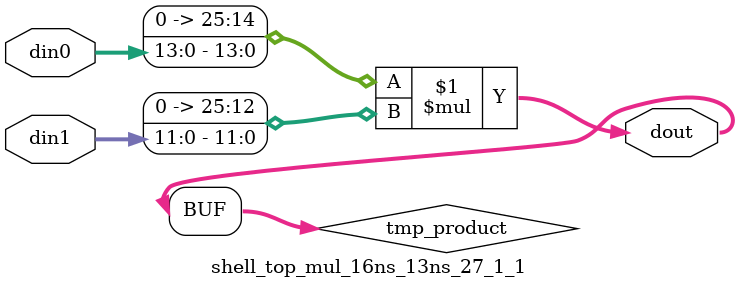
<source format=v>

`timescale 1 ns / 1 ps

  module shell_top_mul_16ns_13ns_27_1_1(din0, din1, dout);
parameter ID = 1;
parameter NUM_STAGE = 0;
parameter din0_WIDTH = 14;
parameter din1_WIDTH = 12;
parameter dout_WIDTH = 26;

input [din0_WIDTH - 1 : 0] din0; 
input [din1_WIDTH - 1 : 0] din1; 
output [dout_WIDTH - 1 : 0] dout;

wire signed [dout_WIDTH - 1 : 0] tmp_product;










assign tmp_product = $signed({1'b0, din0}) * $signed({1'b0, din1});











assign dout = tmp_product;







endmodule

</source>
